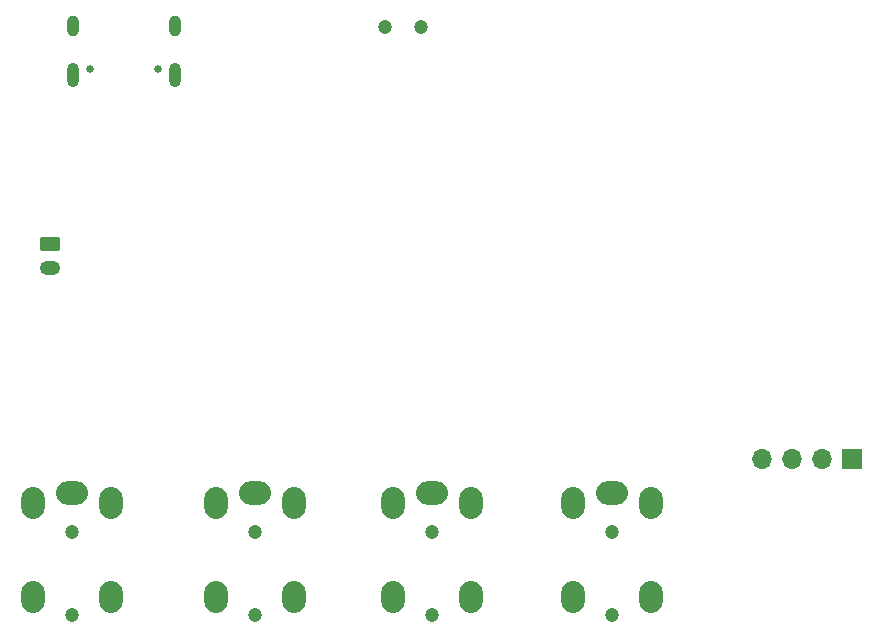
<source format=gbr>
%TF.GenerationSoftware,KiCad,Pcbnew,7.0.8*%
%TF.CreationDate,2023-12-05T20:52:07+01:00*%
%TF.ProjectId,HM_mainboard,484d5f6d-6169-46e6-926f-6172642e6b69,rev?*%
%TF.SameCoordinates,Original*%
%TF.FileFunction,Soldermask,Bot*%
%TF.FilePolarity,Negative*%
%FSLAX46Y46*%
G04 Gerber Fmt 4.6, Leading zero omitted, Abs format (unit mm)*
G04 Created by KiCad (PCBNEW 7.0.8) date 2023-12-05 20:52:07*
%MOMM*%
%LPD*%
G01*
G04 APERTURE LIST*
G04 Aperture macros list*
%AMRoundRect*
0 Rectangle with rounded corners*
0 $1 Rounding radius*
0 $2 $3 $4 $5 $6 $7 $8 $9 X,Y pos of 4 corners*
0 Add a 4 corners polygon primitive as box body*
4,1,4,$2,$3,$4,$5,$6,$7,$8,$9,$2,$3,0*
0 Add four circle primitives for the rounded corners*
1,1,$1+$1,$2,$3*
1,1,$1+$1,$4,$5*
1,1,$1+$1,$6,$7*
1,1,$1+$1,$8,$9*
0 Add four rect primitives between the rounded corners*
20,1,$1+$1,$2,$3,$4,$5,0*
20,1,$1+$1,$4,$5,$6,$7,0*
20,1,$1+$1,$6,$7,$8,$9,0*
20,1,$1+$1,$8,$9,$2,$3,0*%
G04 Aperture macros list end*
%ADD10C,1.200000*%
%ADD11O,2.700000X2.000000*%
%ADD12O,2.000000X2.700000*%
%ADD13O,1.000000X1.800000*%
%ADD14O,1.000000X2.100000*%
%ADD15C,0.650000*%
%ADD16RoundRect,0.250000X-0.625000X0.350000X-0.625000X-0.350000X0.625000X-0.350000X0.625000X0.350000X0*%
%ADD17O,1.750000X1.200000*%
%ADD18R,1.700000X1.700000*%
%ADD19O,1.700000X1.700000*%
G04 APERTURE END LIST*
D10*
%TO.C,J7*%
X125730000Y-125618000D03*
X125730000Y-118618000D03*
D11*
X125730000Y-115318000D03*
D12*
X122430000Y-116118000D03*
X129030000Y-116118000D03*
X129030000Y-124118000D03*
X122430000Y-124118000D03*
%TD*%
D10*
%TO.C,J6*%
X141224000Y-125618000D03*
X141224000Y-118618000D03*
D11*
X141224000Y-115318000D03*
D12*
X137924000Y-116118000D03*
X144524000Y-116118000D03*
X144524000Y-124118000D03*
X137924000Y-124118000D03*
%TD*%
D10*
%TO.C,J5*%
X156210000Y-125618000D03*
X156210000Y-118618000D03*
D11*
X156210000Y-115318000D03*
D12*
X152910000Y-116118000D03*
X159510000Y-116118000D03*
X159510000Y-124118000D03*
X152910000Y-124118000D03*
%TD*%
D10*
%TO.C,J4*%
X171450000Y-125618000D03*
X171450000Y-118618000D03*
D11*
X171450000Y-115318000D03*
D12*
X168150000Y-116118000D03*
X174750000Y-116118000D03*
X174750000Y-124118000D03*
X168150000Y-124118000D03*
%TD*%
D13*
%TO.C,J2*%
X125855000Y-75760000D03*
D14*
X125855000Y-79940000D03*
D13*
X134495000Y-75760000D03*
D14*
X134495000Y-79940000D03*
D15*
X127285000Y-79440000D03*
X133065000Y-79440000D03*
%TD*%
D16*
%TO.C,J1*%
X123862000Y-94250000D03*
D17*
X123862000Y-96250000D03*
%TD*%
D18*
%TO.C,J3*%
X191760000Y-112395000D03*
D19*
X189220000Y-112395000D03*
X186680000Y-112395000D03*
X184140000Y-112395000D03*
%TD*%
D10*
%TO.C,S3*%
X155285000Y-75880000D03*
X152285000Y-75880000D03*
%TD*%
M02*

</source>
